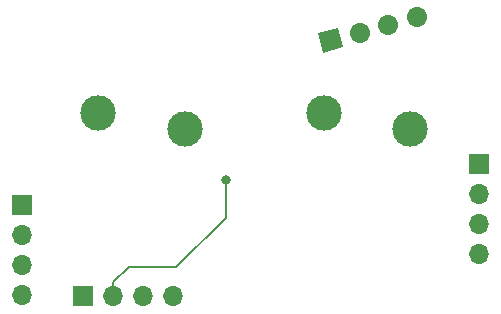
<source format=gbr>
G04 #@! TF.GenerationSoftware,KiCad,Pcbnew,(5.1.4)-1*
G04 #@! TF.CreationDate,2023-09-09T05:31:09-04:00*
G04 #@! TF.ProjectId,ThumbsUp,5468756d-6273-4557-902e-6b696361645f,rev?*
G04 #@! TF.SameCoordinates,Original*
G04 #@! TF.FileFunction,Copper,L1,Top*
G04 #@! TF.FilePolarity,Positive*
%FSLAX46Y46*%
G04 Gerber Fmt 4.6, Leading zero omitted, Abs format (unit mm)*
G04 Created by KiCad (PCBNEW (5.1.4)-1) date 2023-09-09 05:31:09*
%MOMM*%
%LPD*%
G04 APERTURE LIST*
%ADD10C,3.000000*%
%ADD11O,1.700000X1.700000*%
%ADD12R,1.700000X1.700000*%
%ADD13C,1.700000*%
%ADD14C,1.700000*%
%ADD15C,0.100000*%
%ADD16C,0.800000*%
%ADD17C,0.200000*%
G04 APERTURE END LIST*
D10*
X126300000Y-342990061D03*
X119000000Y-341640061D03*
X107236046Y-342990061D03*
X99936046Y-341640061D03*
D11*
X132181859Y-353578713D03*
X132181859Y-351038713D03*
X132181859Y-348498713D03*
D12*
X132181859Y-345958713D03*
D11*
X93463380Y-357077892D03*
X93463380Y-354537892D03*
X93463380Y-351997892D03*
D12*
X93463380Y-349457892D03*
D13*
X126947136Y-333518390D03*
D14*
X126947136Y-333518390D02*
X126947136Y-333518390D01*
D13*
X124493684Y-334175790D03*
D14*
X124493684Y-334175790D02*
X124493684Y-334175790D01*
D13*
X122040233Y-334833191D03*
D14*
X122040233Y-334833191D02*
X122040233Y-334833191D01*
D13*
X119586781Y-335490591D03*
D15*
G36*
X118545748Y-334889550D02*
G01*
X120187822Y-334449558D01*
X120627814Y-336091632D01*
X118985740Y-336531624D01*
X118545748Y-334889550D01*
X118545748Y-334889550D01*
G37*
D11*
X106290670Y-357174574D03*
X103750670Y-357174574D03*
X101210670Y-357174574D03*
D12*
X98670670Y-357174574D03*
D16*
X110700000Y-347300000D03*
D17*
X102500000Y-354700000D02*
X106500000Y-354700000D01*
X101210670Y-355989330D02*
X102500000Y-354700000D01*
X110700000Y-350500000D02*
X110700000Y-347300000D01*
X101210670Y-357174574D02*
X101210670Y-355989330D01*
X106500000Y-354700000D02*
X110700000Y-350500000D01*
M02*

</source>
